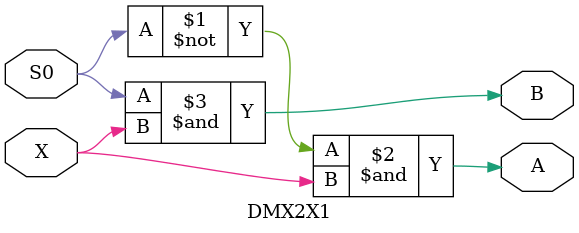
<source format=v>


module DMX2X1 (X, S0, A, B);
	input X, S0;
	output A, B;

	assign A = (~S0) & X;
	assign B = S0 & X;

endmodule

</source>
